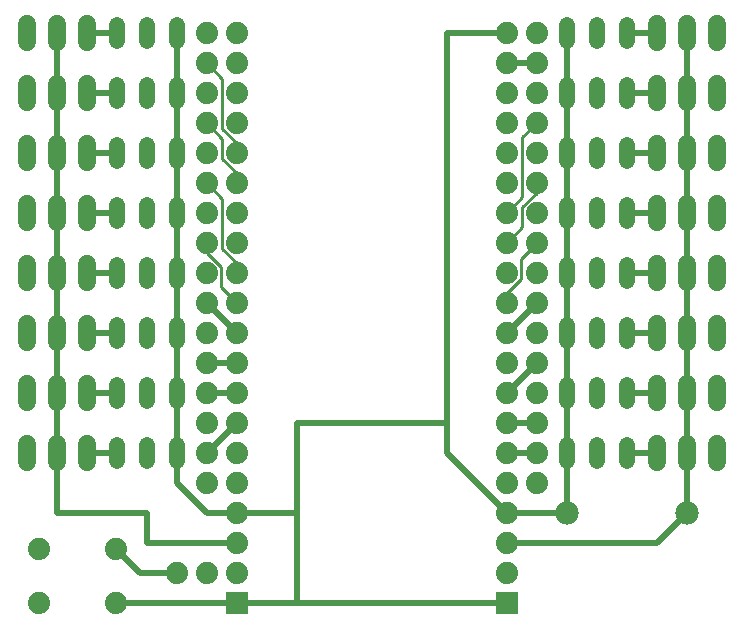
<source format=gbr>
G04 EAGLE Gerber RS-274X export*
G75*
%MOMM*%
%FSLAX34Y34*%
%LPD*%
%INTop Copper*%
%IPPOS*%
%AMOC8*
5,1,8,0,0,1.08239X$1,22.5*%
G01*
%ADD10R,1.879600X1.879600*%
%ADD11C,1.879600*%
%ADD12C,1.320800*%
%ADD13C,1.524000*%
%ADD14C,1.981200*%
%ADD15C,0.508000*%
%ADD16C,0.254000*%
%ADD17C,0.152400*%


D10*
X228600Y25400D03*
D11*
X228600Y50800D03*
X228600Y76200D03*
X228600Y101600D03*
X228600Y127000D03*
X228600Y152400D03*
X228600Y177800D03*
X228600Y203200D03*
X228600Y228600D03*
X228600Y254000D03*
X228600Y279400D03*
X228600Y304800D03*
X228600Y330200D03*
X228600Y355600D03*
X228600Y381000D03*
X228600Y406400D03*
X228600Y431800D03*
X228600Y457200D03*
X228600Y482600D03*
X228600Y508000D03*
D10*
X457200Y25400D03*
D11*
X457200Y50800D03*
X457200Y76200D03*
X457200Y101600D03*
X457200Y127000D03*
X457200Y152400D03*
X457200Y177800D03*
X457200Y203200D03*
X457200Y228600D03*
X457200Y254000D03*
X457200Y279400D03*
X457200Y304800D03*
X457200Y330200D03*
X457200Y355600D03*
X457200Y381000D03*
X457200Y406400D03*
X457200Y431800D03*
X457200Y457200D03*
X457200Y482600D03*
X457200Y508000D03*
D12*
X558800Y311404D02*
X558800Y298196D01*
X508000Y298196D02*
X508000Y311404D01*
X533400Y311404D02*
X533400Y298196D01*
X127000Y450596D02*
X127000Y463804D01*
X177800Y463804D02*
X177800Y450596D01*
X152400Y450596D02*
X152400Y463804D01*
X127000Y413004D02*
X127000Y399796D01*
X177800Y399796D02*
X177800Y413004D01*
X152400Y413004D02*
X152400Y399796D01*
X127000Y362204D02*
X127000Y348996D01*
X177800Y348996D02*
X177800Y362204D01*
X152400Y362204D02*
X152400Y348996D01*
X127000Y311404D02*
X127000Y298196D01*
X177800Y298196D02*
X177800Y311404D01*
X152400Y311404D02*
X152400Y298196D01*
X127000Y260604D02*
X127000Y247396D01*
X177800Y247396D02*
X177800Y260604D01*
X152400Y260604D02*
X152400Y247396D01*
X127000Y209804D02*
X127000Y196596D01*
X177800Y196596D02*
X177800Y209804D01*
X152400Y209804D02*
X152400Y196596D01*
X127000Y159004D02*
X127000Y145796D01*
X177800Y145796D02*
X177800Y159004D01*
X152400Y159004D02*
X152400Y145796D01*
X558800Y348996D02*
X558800Y362204D01*
X508000Y362204D02*
X508000Y348996D01*
X533400Y348996D02*
X533400Y362204D01*
X558800Y399796D02*
X558800Y413004D01*
X508000Y413004D02*
X508000Y399796D01*
X533400Y399796D02*
X533400Y413004D01*
X558800Y450596D02*
X558800Y463804D01*
X508000Y463804D02*
X508000Y450596D01*
X533400Y450596D02*
X533400Y463804D01*
X558800Y501396D02*
X558800Y514604D01*
X508000Y514604D02*
X508000Y501396D01*
X533400Y501396D02*
X533400Y514604D01*
X558800Y260604D02*
X558800Y247396D01*
X508000Y247396D02*
X508000Y260604D01*
X533400Y260604D02*
X533400Y247396D01*
X558800Y209804D02*
X558800Y196596D01*
X508000Y196596D02*
X508000Y209804D01*
X533400Y209804D02*
X533400Y196596D01*
X558800Y159004D02*
X558800Y145796D01*
X508000Y145796D02*
X508000Y159004D01*
X533400Y159004D02*
X533400Y145796D01*
X127000Y501396D02*
X127000Y514604D01*
X177800Y514604D02*
X177800Y501396D01*
X152400Y501396D02*
X152400Y514604D01*
D11*
X203200Y127000D03*
X203200Y152400D03*
X482600Y431800D03*
X482600Y457200D03*
X482600Y381000D03*
X482600Y406400D03*
X482600Y330200D03*
X482600Y355600D03*
X482600Y279400D03*
X482600Y304800D03*
X482600Y228600D03*
X482600Y254000D03*
X482600Y177800D03*
X482600Y203200D03*
X482600Y152400D03*
X482600Y127000D03*
X203200Y177800D03*
X203200Y203200D03*
X203200Y254000D03*
X203200Y228600D03*
X203200Y304800D03*
X203200Y279400D03*
X203200Y355600D03*
X203200Y330200D03*
X203200Y406400D03*
X203200Y381000D03*
X203200Y457200D03*
X203200Y431800D03*
X203200Y508000D03*
X203200Y482600D03*
X482600Y482600D03*
X482600Y508000D03*
D13*
X584200Y500380D02*
X584200Y515620D01*
X609600Y515620D02*
X609600Y500380D01*
X635000Y500380D02*
X635000Y515620D01*
X101600Y210820D02*
X101600Y195580D01*
X76200Y195580D02*
X76200Y210820D01*
X50800Y210820D02*
X50800Y195580D01*
X101600Y246380D02*
X101600Y261620D01*
X76200Y261620D02*
X76200Y246380D01*
X50800Y246380D02*
X50800Y261620D01*
X101600Y297180D02*
X101600Y312420D01*
X76200Y312420D02*
X76200Y297180D01*
X50800Y297180D02*
X50800Y312420D01*
X101600Y347980D02*
X101600Y363220D01*
X76200Y363220D02*
X76200Y347980D01*
X50800Y347980D02*
X50800Y363220D01*
X101600Y398780D02*
X101600Y414020D01*
X76200Y414020D02*
X76200Y398780D01*
X50800Y398780D02*
X50800Y414020D01*
X101600Y449580D02*
X101600Y464820D01*
X76200Y464820D02*
X76200Y449580D01*
X50800Y449580D02*
X50800Y464820D01*
X101600Y500380D02*
X101600Y515620D01*
X76200Y515620D02*
X76200Y500380D01*
X50800Y500380D02*
X50800Y515620D01*
X584200Y464820D02*
X584200Y449580D01*
X609600Y449580D02*
X609600Y464820D01*
X635000Y464820D02*
X635000Y449580D01*
X584200Y414020D02*
X584200Y398780D01*
X609600Y398780D02*
X609600Y414020D01*
X635000Y414020D02*
X635000Y398780D01*
X584200Y363220D02*
X584200Y347980D01*
X609600Y347980D02*
X609600Y363220D01*
X635000Y363220D02*
X635000Y347980D01*
X584200Y312420D02*
X584200Y297180D01*
X609600Y297180D02*
X609600Y312420D01*
X635000Y312420D02*
X635000Y297180D01*
X584200Y261620D02*
X584200Y246380D01*
X609600Y246380D02*
X609600Y261620D01*
X635000Y261620D02*
X635000Y246380D01*
X584200Y210820D02*
X584200Y195580D01*
X609600Y195580D02*
X609600Y210820D01*
X635000Y210820D02*
X635000Y195580D01*
X584200Y160020D02*
X584200Y144780D01*
X609600Y144780D02*
X609600Y160020D01*
X635000Y160020D02*
X635000Y144780D01*
X101600Y144780D02*
X101600Y160020D01*
X76200Y160020D02*
X76200Y144780D01*
X50800Y144780D02*
X50800Y160020D01*
D11*
X126492Y25654D03*
X61468Y25654D03*
X126492Y70866D03*
X61468Y70866D03*
X177800Y50800D03*
X203200Y50800D03*
D14*
X508000Y101600D03*
X609600Y101600D03*
D15*
X482600Y482600D02*
X457200Y482600D01*
D16*
X470408Y368808D02*
X457200Y355600D01*
X470408Y419608D02*
X482600Y431800D01*
X470408Y419608D02*
X470408Y368808D01*
X470408Y343408D02*
X457200Y330200D01*
X482600Y372842D02*
X482600Y381000D01*
X470408Y360650D02*
X470408Y343408D01*
X470408Y360650D02*
X482600Y372842D01*
D15*
X482600Y152400D02*
X457200Y152400D01*
X457200Y203200D02*
X482600Y228600D01*
X457200Y254000D02*
X482600Y279400D01*
D16*
X457200Y279400D02*
X457200Y287558D01*
X469392Y316992D02*
X482600Y330200D01*
X469392Y299750D02*
X457200Y287558D01*
X469392Y299750D02*
X469392Y316992D01*
D15*
X279400Y101600D02*
X228600Y101600D01*
X279400Y177800D02*
X406400Y177800D01*
D17*
X279400Y25400D02*
X228600Y25400D01*
X279400Y25400D02*
X457200Y25400D01*
X127000Y25400D02*
X126746Y25400D01*
X126492Y25654D01*
D15*
X508000Y406400D02*
X508000Y457200D01*
X508000Y508000D01*
X508000Y152400D02*
X508000Y101600D01*
X508000Y152400D02*
X508000Y203200D01*
X508000Y254000D01*
X508000Y304800D01*
X508000Y355600D01*
X508000Y406400D01*
X406400Y152400D02*
X457200Y101600D01*
X279400Y101600D02*
X279400Y177800D01*
X279400Y101600D02*
X279400Y25400D01*
X228600Y25400D02*
X457200Y25400D01*
X228600Y25400D02*
X127000Y25400D01*
X177800Y457200D02*
X177800Y508000D01*
X177800Y457200D02*
X177800Y406400D01*
X177800Y355600D01*
X177800Y304800D01*
X177800Y254000D01*
X177800Y203200D01*
X177800Y152400D01*
X177800Y127000D01*
X203200Y101600D01*
X228600Y101600D01*
X406400Y508000D02*
X457200Y508000D01*
X406400Y508000D02*
X406400Y177800D01*
X406400Y152400D01*
X457200Y101600D02*
X508000Y101600D01*
X127000Y508000D02*
X101600Y508000D01*
X101600Y457200D02*
X127000Y457200D01*
X127000Y406400D02*
X101600Y406400D01*
X101600Y355600D02*
X127000Y355600D01*
X127000Y304800D02*
X101600Y304800D01*
X101600Y254000D02*
X127000Y254000D01*
X127000Y203200D02*
X101600Y203200D01*
X101600Y152400D02*
X127000Y152400D01*
X558800Y152400D02*
X584200Y152400D01*
X584200Y203200D02*
X558800Y203200D01*
X558800Y254000D02*
X584200Y254000D01*
X584200Y304800D02*
X558800Y304800D01*
X558800Y355600D02*
X584200Y355600D01*
X584200Y406400D02*
X558800Y406400D01*
X558800Y457200D02*
X584200Y457200D01*
X584200Y508000D02*
X558800Y508000D01*
X609600Y203200D02*
X609600Y152400D01*
X609600Y203200D02*
X609600Y254000D01*
X609600Y304800D01*
X609600Y355600D01*
X609600Y406400D01*
X609600Y457200D01*
X609600Y508000D01*
X228600Y76200D02*
X152400Y76200D01*
X76200Y152400D02*
X76200Y203200D01*
X76200Y254000D01*
X76200Y304800D01*
X76200Y355600D01*
X76200Y406400D01*
X76200Y457200D01*
X76200Y508000D01*
X152400Y101600D02*
X152400Y76200D01*
X152400Y101600D02*
X76200Y101600D01*
X76200Y152400D01*
X609600Y152400D02*
X609600Y101600D01*
X584200Y76200D01*
X457200Y76200D01*
D16*
X228600Y406400D02*
X228600Y414558D01*
X216408Y469392D02*
X203200Y482600D01*
X216408Y426750D02*
X228600Y414558D01*
X216408Y426750D02*
X216408Y469392D01*
X228600Y389158D02*
X228600Y381000D01*
X216408Y418592D02*
X203200Y431800D01*
X216408Y401350D02*
X228600Y389158D01*
X216408Y401350D02*
X216408Y418592D01*
X228600Y312958D02*
X228600Y304800D01*
X216408Y367792D02*
X203200Y381000D01*
X216408Y325150D02*
X228600Y312958D01*
X216408Y325150D02*
X216408Y367792D01*
X215392Y292608D02*
X228600Y279400D01*
X203200Y322042D02*
X203200Y330200D01*
X215392Y309850D02*
X215392Y292608D01*
X215392Y309850D02*
X203200Y322042D01*
D15*
X203200Y279400D02*
X228600Y254000D01*
X228600Y228600D02*
X203200Y228600D01*
X203200Y203200D02*
X228600Y203200D01*
X228600Y177800D02*
X203200Y152400D01*
X457200Y177800D02*
X482600Y177800D01*
X146558Y50800D02*
X126492Y70866D01*
X146558Y50800D02*
X177800Y50800D01*
M02*

</source>
